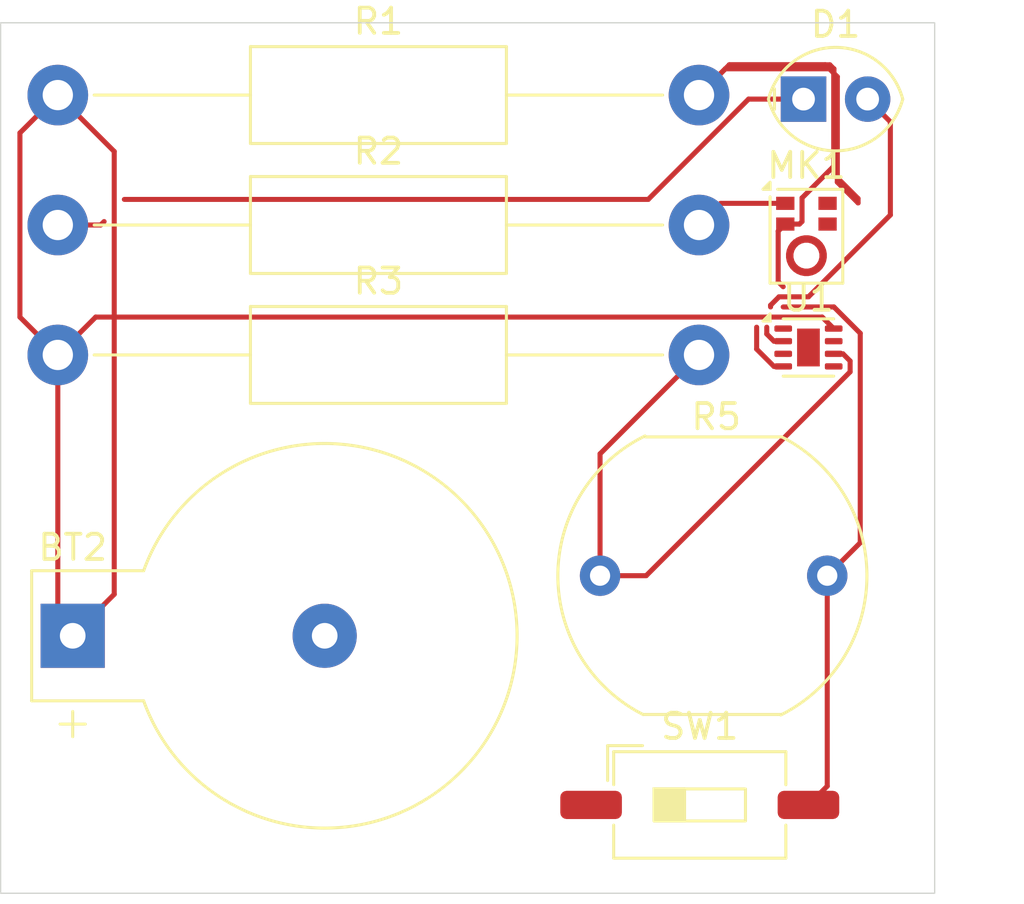
<source format=kicad_pcb>
(kicad_pcb (version 20241229) (generator "pcbnew") (generator_version "9.0")
  (layers (0 "F.Cu" signal) (2 "B.Cu" signal) (13 "F.Paste" user) (15 "B.Paste" user) (5 "F.SilkS" user "F.Silkscreen") (7 "B.SilkS" user "B.Silkscreen") (1 "F.Mask" user) (3 "B.Mask" user) (25 "Edge.Cuts" user))
  (net 0 "")
  (net 1 "+3.3V")
  (net 2 "Net-(BT2--)")
  (net 3 "/led")
  (net 4 "Net-(D1-K)")
  (net 5 "GND")
  (net 6 "/mic")
  (net 7 "/ldr")
  (footprint "Battery:BatteryHolder_Keystone_500" (layer "F.Cu") (at 98.855 91.296476)
    (property "Reference" "BT2" (at 0 -3.5 0) (layer "F.SilkS"))
    (property "Value" "Battery_Cell")
    (fp_line (start -1.6256 -2.5781) (end -1.6256 2.5781) (stroke (width 0.12)) (layer "F.SilkS"))
    (fp_line (start -1.6256 -2.5781) (end 2.81 -2.5781) (stroke (width 0.12)) (layer "F.SilkS"))
    (fp_line (start -1.6256 2.5781) (end 2.81 2.5781) (stroke (width 0.12)) (layer "F.SilkS"))
    (fp_line (start 0 3) (end 0 4) (stroke (width 0.12)) (layer "F.SilkS"))
    (fp_line (start 0.5 3.5) (end -0.5 3.5) (stroke (width 0.12)) (layer "F.SilkS"))
    (fp_arc (start 2.81 -2.5781) (mid 17.603686 0) (end 2.81 2.5781) (stroke (width 0.12)) (layer "F.SilkS"))
    (pad "1" thru_hole rect (at 0 0) (size 2.54 2.54) (drill 1.016) (layers "*.Cu" "*.Mask") (net 1 "+3.3V"))
    (pad "2" thru_hole circle (at 9.9822 0) (size 2.54 2.54) (drill 1.016) (layers "*.Cu" "*.Mask") (net 2 "Net-(BT2--)"))
  )
  (footprint "Resistor_THT:R_Axial_DIN0411_L9.9mm_D3.6mm_P25.40mm_Horizontal" (layer "F.Cu") (at 98.265 75.015)
    (property "Reference" "R2" (at 12.7 -2.92 0) (layer "F.SilkS"))
    (property "Value" "R")
    (fp_line (start 1.44 0) (end 7.63 0) (stroke (width 0.12)) (layer "F.SilkS"))
    (fp_line (start 7.63 -1.92) (end 7.63 1.92) (stroke (width 0.12)) (layer "F.SilkS"))
    (fp_line (start 7.63 1.92) (end 17.77 1.92) (stroke (width 0.12)) (layer "F.SilkS"))
    (fp_line (start 17.77 -1.92) (end 7.63 -1.92) (stroke (width 0.12)) (layer "F.SilkS"))
    (fp_line (start 17.77 1.92) (end 17.77 -1.92) (stroke (width 0.12)) (layer "F.SilkS"))
    (fp_line (start 23.96 0) (end 17.77 0) (stroke (width 0.12)) (layer "F.SilkS"))
    (pad "1" thru_hole circle (at 0 0) (size 2.4 2.4) (drill 1.2) (layers "*.Cu" "*.Mask") (net 4 "Net-(D1-K)"))
    (pad "2" thru_hole oval (at 25.4 0) (size 2.4 2.4) (drill 1.2) (layers "*.Cu" "*.Mask") (net 5 "GND"))
  )
  (footprint "Resistor_THT:R_Axial_DIN0411_L9.9mm_D3.6mm_P25.40mm_Horizontal" (layer "F.Cu") (at 98.265 80.165)
    (property "Reference" "R3" (at 12.7 -2.92 0) (layer "F.SilkS"))
    (property "Value" "R")
    (fp_line (start 1.44 0) (end 7.63 0) (stroke (width 0.12)) (layer "F.SilkS"))
    (fp_line (start 7.63 -1.92) (end 7.63 1.92) (stroke (width 0.12)) (layer "F.SilkS"))
    (fp_line (start 7.63 1.92) (end 17.77 1.92) (stroke (width 0.12)) (layer "F.SilkS"))
    (fp_line (start 17.77 -1.92) (end 7.63 -1.92) (stroke (width 0.12)) (layer "F.SilkS"))
    (fp_line (start 17.77 1.92) (end 17.77 -1.92) (stroke (width 0.12)) (layer "F.SilkS"))
    (fp_line (start 23.96 0) (end 17.77 0) (stroke (width 0.12)) (layer "F.SilkS"))
    (pad "1" thru_hole circle (at 0 0) (size 2.4 2.4) (drill 1.2) (layers "*.Cu" "*.Mask") (net 1 "+3.3V"))
    (pad "2" thru_hole oval (at 25.4 0) (size 2.4 2.4) (drill 1.2) (layers "*.Cu" "*.Mask") (net 7 "/ldr"))
  )
  (footprint "LED_THT:LED_Oval_W5.2mm_H3.8mm" (layer "F.Cu") (at 127.805 70.025)
    (property "Reference" "D1" (at 1.27 -2.96 0) (layer "F.SilkS"))
    (property "Value" "LED")
    (fp_line (start -1.15 -0.405) (end -1.15 0.405) (stroke (width 0.12)) (layer "F.SilkS"))
    (fp_arc (start -1.39 0) (mid 1.269979 -2.050564) (end 3.929989 -0.00004) (stroke (width 0.12)) (layer "F.SilkS"))
    (fp_arc (start 3.929989 0.00004) (mid 1.269979 2.050564) (end -1.39 0) (stroke (width 0.12)) (layer "F.SilkS"))
    (pad "1" thru_hole rect (at 0 0) (size 1.8 1.8) (drill 0.9) (layers "*.Cu" "*.Mask") (net 4 "Net-(D1-K)"))
    (pad "2" thru_hole circle (at 2.54 0) (size 1.8 1.8) (drill 0.9) (layers "*.Cu" "*.Mask") (net 3 "/led"))
  )
  (footprint "Button_Switch_SMD:SW_DIP_SPSTx01_Slide_6.7x4.1mm_W8.61mm_P2.54mm_LowProfile" (layer "F.Cu") (at 123.695 98)
    (property "Reference" "SW1" (at 0 -3.11 0) (layer "F.SilkS"))
    (property "Value" "SW_SPST_Lamp")
    (fp_line (start -3.65 -2.35) (end -3.65 -0.967) (stroke (width 0.12)) (layer "F.SilkS"))
    (fp_line (start -3.65 -2.35) (end -2.267 -2.35) (stroke (width 0.12)) (layer "F.SilkS"))
    (fp_line (start -3.41 -2.11) (end -3.41 -0.8) (stroke (width 0.12)) (layer "F.SilkS"))
    (fp_line (start -3.41 -2.11) (end 3.41 -2.11) (stroke (width 0.12)) (layer "F.SilkS"))
    (fp_line (start -3.41 0.8) (end -3.41 2.11) (stroke (width 0.12)) (layer "F.SilkS"))
    (fp_line (start -3.41 2.11) (end 3.41 2.11) (stroke (width 0.12)) (layer "F.SilkS"))
    (fp_line (start -0.603333 -0.635) (end -0.603333 0.635) (stroke (width 0.12)) (layer "F.SilkS"))
    (fp_line (start 3.41 -2.11) (end 3.41 -0.8) (stroke (width 0.12)) (layer "F.SilkS"))
    (fp_line (start 3.41 0.8) (end 3.41 2.11) (stroke (width 0.12)) (layer "F.SilkS"))
    (fp_rect (start -1.81 -0.635) (end -0.603333 0.635) (stroke (width 0.12)) (fill yes) (layer "F.SilkS"))
    (fp_rect (start -1.81 -0.635) (end 1.81 0.635) (stroke (width 0.12)) (fill no) (layer "F.SilkS"))
    (pad "1" smd roundrect (at -4.305 0) (size 2.44 1.12) (layers "F.Cu" "F.Mask" "F.Paste") (roundrect_rratio 0.223214))
    (pad "2" smd roundrect (at 4.305 0) (size 2.44 1.12) (layers "F.Cu" "F.Mask" "F.Paste") (roundrect_rratio 0.223214) (net 5 "GND"))
  )
  (footprint "Resistor_THT:R_Axial_DIN0411_L9.9mm_D3.6mm_P25.40mm_Horizontal" (layer "F.Cu") (at 98.265 69.865)
    (property "Reference" "R1" (at 12.7 -2.92 0) (layer "F.SilkS"))
    (property "Value" "R")
    (fp_line (start 1.44 0) (end 7.63 0) (stroke (width 0.12)) (layer "F.SilkS"))
    (fp_line (start 7.63 -1.92) (end 7.63 1.92) (stroke (width 0.12)) (layer "F.SilkS"))
    (fp_line (start 7.63 1.92) (end 17.77 1.92) (stroke (width 0.12)) (layer "F.SilkS"))
    (fp_line (start 17.77 -1.92) (end 7.63 -1.92) (stroke (width 0.12)) (layer "F.SilkS"))
    (fp_line (start 17.77 1.92) (end 17.77 -1.92) (stroke (width 0.12)) (layer "F.SilkS"))
    (fp_line (start 23.96 0) (end 17.77 0) (stroke (width 0.12)) (layer "F.SilkS"))
    (pad "1" thru_hole circle (at 0 0) (size 2.4 2.4) (drill 1.2) (layers "*.Cu" "*.Mask") (net 1 "+3.3V"))
    (pad "2" thru_hole oval (at 25.4 0) (size 2.4 2.4) (drill 1.2) (layers "*.Cu" "*.Mask") (net 6 "/mic"))
  )
  (footprint "OptoDevice:R_LDR_12x10.8mm_P9.0mm_Vertical" (layer "F.Cu") (at 119.745 88.915)
    (property "Reference" "R5" (at 4.6 -6.3 0) (layer "F.SilkS"))
    (property "Value" "LDR07")
    (fp_line (start 1.8 -5.5) (end 7.2 -5.5) (stroke (width 0.12)) (layer "F.SilkS"))
    (fp_line (start 7.2 5.5) (end 1.7 5.5) (stroke (width 0.12)) (layer "F.SilkS"))
    (fp_arc (start 1.7 5.5) (mid -1.671546 -0.044886) (end 1.780295 -5.540145) (stroke (width 0.12)) (layer "F.SilkS"))
    (fp_arc (start 7.2 -5.5) (mid 10.571669 0.022361) (end 7.160072 5.520145) (stroke (width 0.12)) (layer "F.SilkS"))
    (pad "1" thru_hole circle (at 0 0) (size 1.6 1.6) (drill 0.8) (layers "*.Cu" "*.Mask") (net 7 "/ldr"))
    (pad "2" thru_hole circle (at 9 0) (size 1.6 1.6) (drill 0.8) (layers "*.Cu" "*.Mask") (net 5 "GND"))
  )
  (footprint "Sensor_Audio:Knowles_LGA-5_3.5x2.65mm" (layer "F.Cu") (at 127.92 75.46)
    (property "Reference" "MK1" (at 0 -2.8 0) (layer "F.SilkS"))
    (property "Value" "Microphone_Condenser")
    (fp_line (start -1.44 1.86) (end -1.44 -1.56) (stroke (width 0.12)) (layer "F.SilkS"))
    (fp_line (start -1.14 -1.86) (end 1.44 -1.86) (stroke (width 0.12)) (layer "F.SilkS"))
    (fp_line (start 1.44 -1.86) (end 1.44 1.86) (stroke (width 0.12)) (layer "F.SilkS"))
    (fp_line (start 1.44 1.86) (end -1.44 1.86) (stroke (width 0.12)) (layer "F.SilkS"))
    (fp_poly (pts (xy -1.44 -1.86) (xy -1.72 -1.86) (xy -1.44 -2.14) (xy -1.44 -1.86)) (stroke (width 0.12)) (fill yes) (layer "F.SilkS"))
    (pad "" np_thru_hole circle (at 0 0.77) (size 0.5 0.5) (drill 0.5) (layers "*.Cu" "*.Mask"))
    (pad "1" smd rect (at -0.8375 -1.304) (size 0.725 0.522) (layers "F.Cu" "F.Mask" "F.Paste") (net 5 "GND"))
    (pad "2" smd rect (at -0.8375 -0.482) (size 0.725 0.522) (layers "F.Cu" "F.Mask" "F.Paste") (net 6 "/mic"))
    (pad "3" smd custom (at 0 1.4325) (size 0.3 0.3) (layers "F.Cu" "F.Mask") (options (clearance outline) (anchor circle)) (primitives (gr_circle (center 0 -0.6625) (end 0.6625 -0.6625) (width 0.3) (fill no))))
    (pad "4" smd rect (at 0.8375 -0.482) (size 0.725 0.522) (layers "F.Cu" "F.Mask" "F.Paste"))
    (pad "5" smd rect (at 0.8375 -1.304) (size 0.725 0.522) (layers "F.Cu" "F.Mask" "F.Paste"))
  )
  (footprint "Package_DFN_QFN:DFN-8-1EP_2x2mm_P0.5mm_EP0.9x1.5mm" (layer "F.Cu") (at 128 79.87)
    (property "Reference" "U1" (at 0 -1.95 0) (layer "F.SilkS"))
    (property "Value" "ATtiny85-20P")
    (fp_line (start -1 -1.135) (end 1 -1.135) (stroke (width 0.12)) (layer "F.SilkS"))
    (fp_line (start -1 1.135) (end 1 1.135) (stroke (width 0.12)) (layer "F.SilkS"))
    (fp_poly (pts (xy -1.52 -1.05) (xy -1.8 -1.05) (xy -1.52 -1.33) (xy -1.52 -1.05)) (stroke (width 0.12)) (fill yes) (layer "F.SilkS"))
    (pad "1" smd roundrect (at -1 -0.75) (size 0.7 0.25) (layers "F.Cu" "F.Mask" "F.Paste"))
    (pad "2" smd roundrect (at -1 -0.25) (size 0.7 0.25) (layers "F.Cu" "F.Mask" "F.Paste") (net 3 "/led"))
    (pad "3" smd roundrect (at -1 0.25) (size 0.7 0.25) (layers "F.Cu" "F.Mask" "F.Paste"))
    (pad "4" smd roundrect (at -1 0.75) (size 0.7 0.25) (layers "F.Cu" "F.Mask" "F.Paste") (net 5 "GND"))
    (pad "5" smd roundrect (at 1 0.75) (size 0.7 0.25) (layers "F.Cu" "F.Mask" "F.Paste"))
    (pad "6" smd roundrect (at 1 0.25) (size 0.7 0.25) (layers "F.Cu" "F.Mask" "F.Paste") (net 7 "/ldr"))
    (pad "7" smd roundrect (at 1 -0.25) (size 0.7 0.25) (layers "F.Cu" "F.Mask" "F.Paste") (net 6 "/mic"))
    (pad "8" smd roundrect (at 1 -0.75) (size 0.7 0.25) (layers "F.Cu" "F.Mask" "F.Paste") (net 1 "+3.3V"))
    (pad "9" smd rect (at 0 0) (size 0.9 1.5) (property pad_prop_heatsink) (layers "F.Cu" "F.Mask"))
  )
  (gr_rect (start 96 67) (end 133 101.5) (stroke (width 0.05)) (fill no) (layer "Edge.Cuts"))
  (segment (start 98.265 90.706476) (end 98.855 91.296476) (width 0.2) (layer "F.Cu") (net 1))
  (segment (start 99.766 78.664) (end 128.544 78.664) (width 0.2) (layer "F.Cu") (net 1))
  (segment (start 98.265 80.165) (end 98.265 90.706476) (width 0.2) (layer "F.Cu") (net 1))
  (segment (start 100.5 89.651476) (end 98.855 91.296476) (width 0.2) (layer "F.Cu") (net 1))
  (segment (start 98.265 69.865) (end 96.764 71.366) (width 0.2) (layer "F.Cu") (net 1))
  (segment (start 100.5 72.1) (end 100.5 89.651476) (width 0.2) (layer "F.Cu") (net 1))
  (segment (start 98.265 80.165) (end 99.766 78.664) (width 0.2) (layer "F.Cu") (net 1))
  (segment (start 96.764 78.664) (end 98.265 80.165) (width 0.2) (layer "F.Cu") (net 1))
  (segment (start 96.764 71.366) (end 96.764 78.664) (width 0.2) (layer "F.Cu") (net 1))
  (segment (start 128.544 78.664) (end 129 79.12) (width 0.2) (layer "F.Cu") (net 1))
  (segment (start 98.265 69.865) (end 100.5 72.1) (width 0.2) (layer "F.Cu") (net 1))
  (segment (start 126.349 79.334798) (end 126.349 79.065) (width 0.2) (layer "F.Cu") (net 3))
  (segment (start 128 77.862) (end 126.8339 77.862) (width 0.2) (layer "F.Cu") (net 3))
  (segment (start 126.634202 79.62) (end 126.349 79.334798) (width 0.2) (layer "F.Cu") (net 3))
  (segment (start 130.345 70.025) (end 131.245 70.925) (width 0.2) (layer "F.Cu") (net 3))
  (segment (start 126.8339 77.862) (end 126.5 78.1959) (width 0.2) (layer "F.Cu") (net 3))
  (segment (start 131.245 74.617) (end 128 77.862) (width 0.2) (layer "F.Cu") (net 3))
  (segment (start 126.5 78.1959) (end 126.5 78.263) (width 0.2) (layer "F.Cu") (net 3))
  (segment (start 127 79.62) (end 126.634202 79.62) (width 0.2) (layer "F.Cu") (net 3))
  (segment (start 131.245 70.925) (end 131.245 74.617) (width 0.2) (layer "F.Cu") (net 3))
  (segment (start 98.265 75.015) (end 98.485 75.015) (width 0.2) (layer "F.Cu") (net 4))
  (segment (start 121.652735 74) (end 100.901 74) (width 0.2) (layer "F.Cu") (net 4))
  (segment (start 125.627735 70.025) (end 121.652735 74) (width 0.2) (layer "F.Cu") (net 4))
  (segment (start 127.805 70.025) (end 127.805 70.305) (width 0.2) (layer "F.Cu") (net 4))
  (segment (start 98.485 75.015) (end 98.5 75) (width 0.2) (layer "F.Cu") (net 4))
  (segment (start 98.265 75.015) (end 99.962056 75.015) (width 0.2) (layer "F.Cu") (net 4))
  (segment (start 98.015 75.015) (end 98 75) (width 0.2) (layer "F.Cu") (net 4))
  (segment (start 127.805 70.025) (end 125.627735 70.025) (width 0.2) (layer "F.Cu") (net 4))
  (segment (start 99.962056 75.015) (end 100.099 74.878056) (width 0.2) (layer "F.Cu") (net 4))
  (segment (start 127.805 70.305) (end 128 70.5) (width 0.2) (layer "F.Cu") (net 4))
  (segment (start 98.015 75.015) (end 98.265 75.015) (width 0.2) (layer "F.Cu") (net 4))
  (segment (start 123.665 75.015) (end 124.524 74.156) (width 0.2) (layer "F.Cu") (net 5))
  (segment (start 128.745 88.915) (end 128.745 97.255) (width 0.2) (layer "F.Cu") (net 5))
  (segment (start 128.745 97.255) (end 128 98) (width 0.2) (layer "F.Cu") (net 5))
  (segment (start 130.052 87.608) (end 130.052 79.306202) (width 0.2) (layer "F.Cu") (net 5))
  (segment (start 130.052 79.306202) (end 129.008798 78.263) (width 0.2) (layer "F.Cu") (net 5))
  (segment (start 126.634202 80.62) (end 125.948 79.933798) (width 0.2) (layer "F.Cu") (net 5))
  (segment (start 128.745 88.915) (end 130.052 87.608) (width 0.2) (layer "F.Cu") (net 5))
  (segment (start 129.008798 78.263) (end 127 78.263) (width 0.2) (layer "F.Cu") (net 5))
  (segment (start 127 80.62) (end 126.634202 80.62) (width 0.2) (layer "F.Cu") (net 5))
  (segment (start 124.524 74.156) (end 127.0825 74.156) (width 0.2) (layer "F.Cu") (net 5))
  (segment (start 125.948 79.933798) (end 125.948 79.065) (width 0.2) (layer "F.Cu") (net 5))
  (segment (start 129.006 68.824) (end 129.006 72.682) (width 0.2) (layer "F.Cu") (net 6))
  (segment (start 129.144 69.138) (end 128.671 68.665) (width 0.2) (layer "F.Cu") (net 6))
  (segment (start 127.645 74.978) (end 127.0825 74.978) (width 0.2) (layer "F.Cu") (net 6))
  (segment (start 129.006 72.682) (end 127.746 73.942) (width 0.2) (layer "F.Cu") (net 6))
  (segment (start 129.966449 74.139449) (end 129.144 73.317) (width 0.2) (layer "F.Cu") (net 6))
  (segment (start 126.8015 75.259) (end 126.8015 77.2625) (width 0.2) (layer "F.Cu") (net 6))
  (segment (start 129.006 68.824) (end 129.006 73.006) (width 0.2) (layer "F.Cu") (net 6))
  (segment (start 123.665 69.865) (end 124.865 68.665) (width 0.2) (layer "F.Cu") (net 6))
  (segment (start 127.0825 74.978) (end 126.8015 75.259) (width 0.2) (layer "F.Cu") (net 6))
  (segment (start 127.746 74.877) (end 127.645 74.978) (width 0.2) (layer "F.Cu") (net 6))
  (segment (start 123.665 69.865) (end 124.706 68.824) (width 0.2) (layer "F.Cu") (net 6))
  (segment (start 129.006 73.006) (end 129.966449 73.966449) (width 0.2) (layer "F.Cu") (net 6))
  (segment (start 127.746 73.942) (end 127.746 74.877) (width 0.2) (layer "F.Cu") (net 6))
  (segment (start 124.865 68.665) (end 128.847 68.665) (width 0.2) (layer "F.Cu") (net 6))
  (segment (start 129.144 73.317) (end 129.144 69.138) (width 0.2) (layer "F.Cu") (net 6))
  (segment (start 124.706 68.824) (end 129.006 68.824) (width 0.2) (layer "F.Cu") (net 6))
  (segment (start 126.8015 77.2625) (end 127 77.461) (width 0.2) (layer "F.Cu") (net 6))
  (segment (start 129.966449 73.966449) (end 129.966449 74.139449) (width 0.2) (layer "F.Cu") (net 6))
  (segment (start 128.847 68.665) (end 129.006 68.824) (width 0.2) (layer "F.Cu") (net 6))
  (segment (start 128.671 68.665) (end 124.865 68.665) (width 0.2) (layer "F.Cu") (net 6))
  (segment (start 121.570798 88.915) (end 129.651 80.834798) (width 0.2) (layer "F.Cu") (net 7))
  (segment (start 129.365798 80.12) (end 129 80.12) (width 0.2) (layer "F.Cu") (net 7))
  (segment (start 129.651 80.834798) (end 129.651 80.405202) (width 0.2) (layer "F.Cu") (net 7))
  (segment (start 119.745 88.915) (end 119.745 84.085) (width 0.2) (layer "F.Cu") (net 7))
  (segment (start 119.745 88.915) (end 121.570798 88.915) (width 0.2) (layer "F.Cu") (net 7))
  (segment (start 119.745 84.085) (end 123.665 80.165) (width 0.2) (layer "F.Cu") (net 7))
  (segment (start 129.651 80.405202) (end 129.365798 80.12) (width 0.2) (layer "F.Cu") (net 7))
)
</source>
